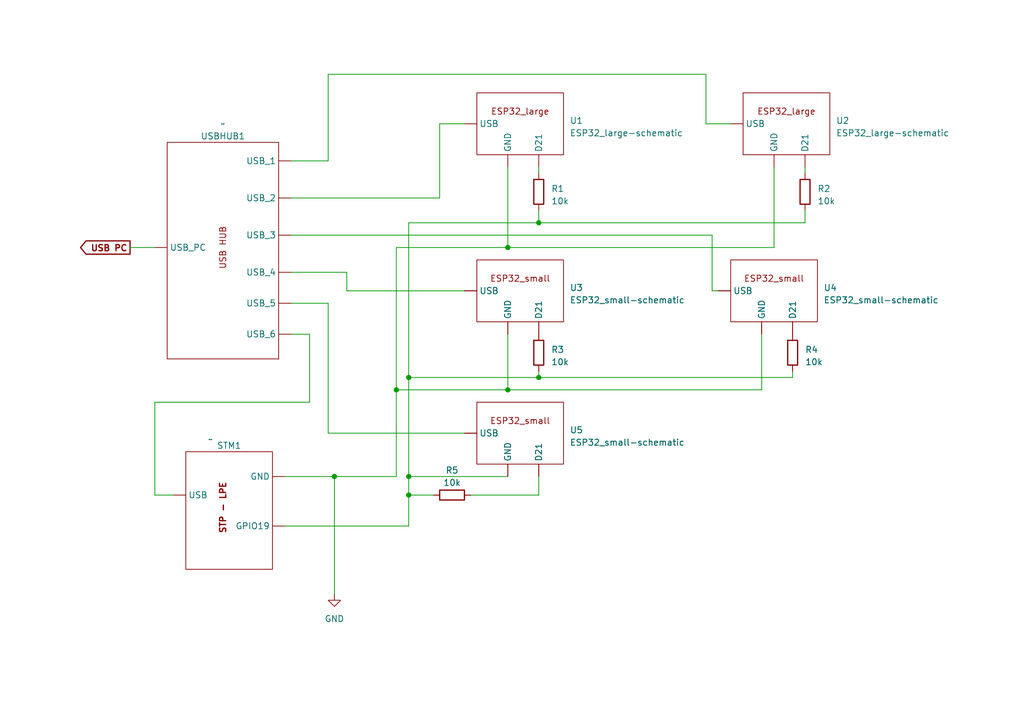
<source format=kicad_sch>
(kicad_sch (version 20230121) (generator eeschema)
  (paper "A5")
  (title_block (title "Zapojení pro měření sycnronizace času"))
  (lib_symbols
    (symbol "Device:R" (pin_numbers hide) (pin_names (offset 0))
      (property "Reference" "R" (at 2.032 0 90))
      (property "Value" "R" (at 0 0 90))
      (symbol "R_0_1"
        (rectangle (start -1.016 -2.54) (end 1.016 2.54) (stroke (width 0.254)))
      )
      (symbol "R_1_1"
        (pin passive line (at 0 3.81 270) (length 1.27) (name "~") (number "1"))
        (pin passive line (at 0 -3.81 90) (length 1.27) (name "~") (number "2"))
      )
    )
    (symbol "EspressIf:ESP32_large-schematic"
      (property "Reference" "U" (at 6.35 1.27 0))
      (property "Value" "ESP32_large-schematic" (at -1.27 1.27 0))
      (symbol "ESP32_large-schematic_0_1"
        (rectangle (start 0 0) (end 12.7 -17.78))
      )
      (symbol "ESP32_large-schematic_1_1"
        (text "ESP32_large" (at 3.81 -8.89 900) (effects (font (size 1.27 1.27))))
        (pin bidirectional line (at 15.24 -5.08 180) (length 2.54) (name "D21") (number ""))
        (pin bidirectional line (at 15.24 -11.43 180) (length 2.54) (name "GND") (number ""))
        (pin bidirectional line (at 6.35 -20.32 90) (length 2.54) (name "USB") (number ""))
      )
    )
    (symbol "EspressIf:ESP32_small-schematic"
      (property "Reference" "U" (at 6.35 1.27 0))
      (property "Value" "ESP32_small-schematic" (at -1.27 1.27 0))
      (symbol "ESP32_small-schematic_0_1"
        (rectangle (start 0 0) (end 12.7 -17.78))
      )
      (symbol "ESP32_small-schematic_1_1"
        (text "ESP32_small\n" (at 3.81 -8.89 900) (effects (font (size 1.27 1.27))))
        (pin bidirectional line (at 15.24 -5.08 180) (length 2.54) (name "D21") (number ""))
        (pin bidirectional line (at 15.24 -11.43 180) (length 2.54) (name "GND") (number ""))
        (pin bidirectional line (at 6.35 -20.32 90) (length 2.54) (name "USB") (number ""))
      )
    )
    (symbol "EspressIf:STM32G431KB-schematic"
      (property "Reference" "STM" (at 2.54 -1.27 0))
      (symbol "STM32G431KB-schematic_0_1"
        (rectangle (start -5.08 -2.54) (end 12.7 -26.67))
      )
      (symbol "STM32G431KB-schematic_1_1"
        (text "STP - LPE\n" (at 2.54 -13.97 900) (effects (font (size 1.27 1.27) bold)))
        (pin bidirectional line (at 15.24 -7.62 180) (length 2.54) (name "GND") (number ""))
        (pin output line (at 15.24 -17.78 180) (length 2.54) (name "GPIO19") (number ""))
        (pin bidirectional line (at -7.62 -11.43 0) (length 2.54) (name "USB") (number ""))
      )
    )
    (symbol "EspressIf:USB_HUB"
      (property "Reference" "USBHUB" (at 0 0 0))
      (symbol "USB_HUB_0_1"
        (rectangle (start -11.43 -3.81) (end 11.43 -48.26))
      )
      (symbol "USB_HUB_1_1"
        (text "USB HUB" (at 0 -25.4 900) (effects (font (size 1.27 1.27))))
        (pin input line (at 13.97 -7.62 180) (length 2.54) (name "USB_1") (number ""))
        (pin input line (at 13.97 -15.24 180) (length 2.54) (name "USB_2") (number ""))
        (pin input line (at 13.97 -22.86 180) (length 2.54) (name "USB_3") (number ""))
        (pin input line (at 13.97 -30.48 180) (length 2.54) (name "USB_4") (number ""))
        (pin input line (at 13.97 -36.83 180) (length 2.54) (name "USB_5") (number ""))
        (pin input line (at 13.97 -43.18 180) (length 2.54) (name "USB_6") (number ""))
        (pin output line (at -13.97 -25.4 0) (length 2.54) (name "USB_PC") (number ""))
      )
    )
    (symbol "power:GND" (power) (pin_names (offset 0))
      (property "Value" "GND" (at 0 -3.81 0))
      (symbol "GND_0_1"
        (polyline (pts (xy 0 0) (xy 0 -1.27) (xy 1.27 -1.27) (xy 0 -2.54) (xy -1.27 -1.27) (xy 0 -1.27)))
      )
      (symbol "GND_1_1"
        (pin power_in line (at 0 0 270) (length 0) hide (name "GND") (number "1"))
      )
    )
  )
  (junction (at 81.28 80.01))
  (junction (at 83.82 97.79))
  (junction (at 68.58 97.79))
  (junction (at 110.49 45.72))
  (junction (at 83.82 77.47))
  (junction (at 104.14 50.8))
  (junction (at 104.14 80.01))
  (junction (at 83.82 101.6))
  (junction (at 110.49 77.47))
  (wire (pts (xy 67.31 33.02) (xy 67.31 15.24)))
  (wire (pts (xy 158.75 34.29) (xy 158.75 50.8)))
  (wire (pts (xy 110.49 76.2) (xy 110.49 77.47)))
  (wire (pts (xy 83.82 77.47) (xy 83.82 97.79)))
  (wire (pts (xy 110.49 101.6) (xy 96.52 101.6)))
  (wire (pts (xy 59.69 33.02) (xy 67.31 33.02)))
  (wire (pts (xy 59.69 48.26) (xy 146.05 48.26)))
  (wire (pts (xy 31.75 82.55) (xy 31.75 101.6)))
  (wire (pts (xy 63.5 68.58) (xy 59.69 68.58)))
  (wire (pts (xy 26.67 50.8) (xy 31.75 50.8)))
  (wire (pts (xy 63.5 82.55) (xy 31.75 82.55)))
  (wire (pts (xy 104.14 34.29) (xy 104.14 50.8)))
  (wire (pts (xy 59.69 55.88) (xy 71.12 55.88)))
  (wire (pts (xy 67.31 15.24) (xy 144.78 15.24)))
  (wire (pts (xy 81.28 50.8) (xy 104.14 50.8)))
  (wire (pts (xy 58.42 107.95) (xy 83.82 107.95)))
  (wire (pts (xy 81.28 50.8) (xy 81.28 80.01)))
  (wire (pts (xy 67.31 62.23) (xy 67.31 88.9)))
  (wire (pts (xy 58.42 97.79) (xy 68.58 97.79)))
  (wire (pts (xy 110.49 43.18) (xy 110.49 45.72)))
  (wire (pts (xy 83.82 45.72) (xy 110.49 45.72)))
  (wire (pts (xy 81.28 97.79) (xy 81.28 80.01)))
  (wire (pts (xy 110.49 34.29) (xy 110.49 35.56)))
  (wire (pts (xy 110.49 45.72) (xy 165.1 45.72)))
  (wire (pts (xy 63.5 68.58) (xy 63.5 82.55)))
  (wire (pts (xy 104.14 68.58) (xy 104.14 80.01)))
  (wire (pts (xy 162.56 76.2) (xy 162.56 77.47)))
  (wire (pts (xy 67.31 88.9) (xy 95.25 88.9)))
  (wire (pts (xy 90.17 40.64) (xy 90.17 25.4)))
  (wire (pts (xy 83.82 77.47) (xy 110.49 77.47)))
  (wire (pts (xy 90.17 25.4) (xy 95.25 25.4)))
  (wire (pts (xy 31.75 101.6) (xy 35.56 101.6)))
  (wire (pts (xy 146.05 59.69) (xy 147.32 59.69)))
  (wire (pts (xy 156.21 68.58) (xy 156.21 80.01)))
  (wire (pts (xy 68.58 97.79) (xy 81.28 97.79)))
  (wire (pts (xy 83.82 97.79) (xy 104.14 97.79)))
  (wire (pts (xy 110.49 97.79) (xy 110.49 101.6)))
  (wire (pts (xy 81.28 80.01) (xy 104.14 80.01)))
  (wire (pts (xy 71.12 55.88) (xy 71.12 59.69)))
  (wire (pts (xy 144.78 15.24) (xy 144.78 25.4)))
  (wire (pts (xy 83.82 45.72) (xy 83.82 77.47)))
  (wire (pts (xy 144.78 25.4) (xy 149.86 25.4)))
  (wire (pts (xy 104.14 50.8) (xy 158.75 50.8)))
  (wire (pts (xy 83.82 97.79) (xy 83.82 101.6)))
  (wire (pts (xy 165.1 35.56) (xy 165.1 34.29)))
  (wire (pts (xy 146.05 48.26) (xy 146.05 59.69)))
  (wire (pts (xy 59.69 40.64) (xy 90.17 40.64)))
  (wire (pts (xy 68.58 97.79) (xy 68.58 121.92)))
  (wire (pts (xy 156.21 80.01) (xy 104.14 80.01)))
  (wire (pts (xy 165.1 45.72) (xy 165.1 43.18)))
  (wire (pts (xy 162.56 77.47) (xy 110.49 77.47)))
  (wire (pts (xy 71.12 59.69) (xy 95.25 59.69)))
  (wire (pts (xy 83.82 107.95) (xy 83.82 101.6)))
  (wire (pts (xy 59.69 62.23) (xy 67.31 62.23)))
  (wire (pts (xy 88.9 101.6) (xy 83.82 101.6)))
  (global_label "USB PC" (shape output) (at 26.67 50.8 180) (effects (font bold)) (property "Intersheetrefs" "${INTERSHEET_REFS}" (effects hide)))
  (symbol (lib_id "EspressIf:USB_HUB") (at 45.72 25.4 0) (unit 1)
    (property "Reference" "USBHUB1" (at 45.72 27.94 0))
    (property "Value" "~" (at 45.72 25.4 0))
  )
  (symbol (lib_id "Device:R") (at 110.49 39.37 0) (unit 1)
    (property "Reference" "R1" (at 113.03 38.735 0) (effects (justify left)))
    (property "Value" "10k" (at 113.03 41.275 0) (effects (justify left)))
  )
  (symbol (lib_id "EspressIf:STM32G431KB-schematic") (at 43.18 90.17 0) (unit 1)
    (property "Reference" "STM1" (at 46.99 91.44 0))
    (property "Value" "~" (at 43.18 90.17 0))
  )
  (symbol (lib_id "EspressIf:ESP32_large-schematic") (at 170.18 19.05 270) (unit 1)
    (property "Reference" "U2" (at 171.45 24.765 90) (effects (justify left)))
    (property "Value" "ESP32_large-schematic" (at 171.45 27.305 90) (effects (justify left)))
  )
  (symbol (lib_id "power:GND") (at 68.58 121.92 0) (unit 1)
    (property "Reference" "#PWR01" (effects hide))
    (property "Value" "GND" (at 68.58 127 0))
  )
  (symbol (lib_id "Device:R") (at 92.71 101.6 270) (unit 1)
    (property "Reference" "R5" (at 92.71 96.52 90))
    (property "Value" "10k" (at 92.71 99.06 90))
  )
  (symbol (lib_id "Device:R") (at 165.1 39.37 0) (unit 1)
    (property "Reference" "R2" (at 167.64 38.735 0) (effects (justify left)))
    (property "Value" "10k" (at 167.64 41.275 0) (effects (justify left)))
  )
  (symbol (lib_id "EspressIf:ESP32_small-schematic") (at 115.57 82.55 270) (unit 1)
    (property "Reference" "U5" (at 116.84 88.265 90) (effects (justify left)))
    (property "Value" "ESP32_small-schematic" (at 116.84 90.805 90) (effects (justify left)))
  )
  (symbol (lib_id "EspressIf:ESP32_large-schematic") (at 115.57 19.05 270) (unit 1)
    (property "Reference" "U1" (at 116.84 24.765 90) (effects (justify left)))
    (property "Value" "ESP32_large-schematic" (at 116.84 27.305 90) (effects (justify left)))
  )
  (symbol (lib_id "EspressIf:ESP32_small-schematic") (at 167.64 53.34 270) (unit 1)
    (property "Reference" "U4" (at 168.91 59.055 90) (effects (justify left)))
    (property "Value" "ESP32_small-schematic" (at 168.91 61.595 90) (effects (justify left)))
  )
  (symbol (lib_id "Device:R") (at 110.49 72.39 0) (unit 1)
    (property "Reference" "R3" (at 113.03 71.755 0) (effects (justify left)))
    (property "Value" "10k" (at 113.03 74.295 0) (effects (justify left)))
  )
  (symbol (lib_id "EspressIf:ESP32_small-schematic") (at 115.57 53.34 270) (unit 1)
    (property "Reference" "U3" (at 116.84 59.055 90) (effects (justify left)))
    (property "Value" "ESP32_small-schematic" (at 116.84 61.595 90) (effects (justify left)))
  )
  (symbol (lib_id "Device:R") (at 162.56 72.39 0) (unit 1)
    (property "Reference" "R4" (at 165.1 71.755 0) (effects (justify left)))
    (property "Value" "10k" (at 165.1 74.295 0) (effects (justify left)))
  )
)
</source>
